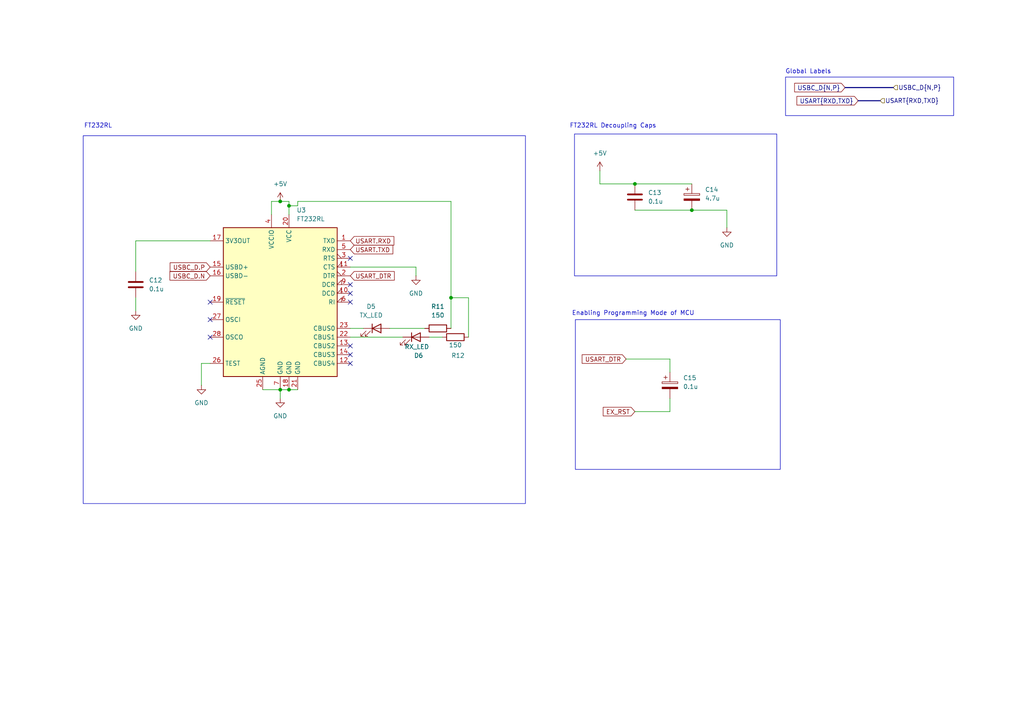
<source format=kicad_sch>
(kicad_sch
	(version 20231120)
	(generator "eeschema")
	(generator_version "8.0")
	(uuid "b59dacf3-601c-46b3-84bc-704d03844332")
	(paper "A4")
	(lib_symbols
		(symbol "Device:C"
			(pin_numbers hide)
			(pin_names
				(offset 0.254)
			)
			(exclude_from_sim no)
			(in_bom yes)
			(on_board yes)
			(property "Reference" "C"
				(at 0.635 2.54 0)
				(effects
					(font
						(size 1.27 1.27)
					)
					(justify left)
				)
			)
			(property "Value" "C"
				(at 0.635 -2.54 0)
				(effects
					(font
						(size 1.27 1.27)
					)
					(justify left)
				)
			)
			(property "Footprint" ""
				(at 0.9652 -3.81 0)
				(effects
					(font
						(size 1.27 1.27)
					)
					(hide yes)
				)
			)
			(property "Datasheet" "~"
				(at 0 0 0)
				(effects
					(font
						(size 1.27 1.27)
					)
					(hide yes)
				)
			)
			(property "Description" "Unpolarized capacitor"
				(at 0 0 0)
				(effects
					(font
						(size 1.27 1.27)
					)
					(hide yes)
				)
			)
			(property "ki_keywords" "cap capacitor"
				(at 0 0 0)
				(effects
					(font
						(size 1.27 1.27)
					)
					(hide yes)
				)
			)
			(property "ki_fp_filters" "C_*"
				(at 0 0 0)
				(effects
					(font
						(size 1.27 1.27)
					)
					(hide yes)
				)
			)
			(symbol "C_0_1"
				(polyline
					(pts
						(xy -2.032 -0.762) (xy 2.032 -0.762)
					)
					(stroke
						(width 0.508)
						(type default)
					)
					(fill
						(type none)
					)
				)
				(polyline
					(pts
						(xy -2.032 0.762) (xy 2.032 0.762)
					)
					(stroke
						(width 0.508)
						(type default)
					)
					(fill
						(type none)
					)
				)
			)
			(symbol "C_1_1"
				(pin passive line
					(at 0 3.81 270)
					(length 2.794)
					(name "~"
						(effects
							(font
								(size 1.27 1.27)
							)
						)
					)
					(number "1"
						(effects
							(font
								(size 1.27 1.27)
							)
						)
					)
				)
				(pin passive line
					(at 0 -3.81 90)
					(length 2.794)
					(name "~"
						(effects
							(font
								(size 1.27 1.27)
							)
						)
					)
					(number "2"
						(effects
							(font
								(size 1.27 1.27)
							)
						)
					)
				)
			)
		)
		(symbol "Device:C_Polarized"
			(pin_numbers hide)
			(pin_names
				(offset 0.254)
			)
			(exclude_from_sim no)
			(in_bom yes)
			(on_board yes)
			(property "Reference" "C"
				(at 0.635 2.54 0)
				(effects
					(font
						(size 1.27 1.27)
					)
					(justify left)
				)
			)
			(property "Value" "C_Polarized"
				(at 0.635 -2.54 0)
				(effects
					(font
						(size 1.27 1.27)
					)
					(justify left)
				)
			)
			(property "Footprint" ""
				(at 0.9652 -3.81 0)
				(effects
					(font
						(size 1.27 1.27)
					)
					(hide yes)
				)
			)
			(property "Datasheet" "~"
				(at 0 0 0)
				(effects
					(font
						(size 1.27 1.27)
					)
					(hide yes)
				)
			)
			(property "Description" "Polarized capacitor"
				(at 0 0 0)
				(effects
					(font
						(size 1.27 1.27)
					)
					(hide yes)
				)
			)
			(property "ki_keywords" "cap capacitor"
				(at 0 0 0)
				(effects
					(font
						(size 1.27 1.27)
					)
					(hide yes)
				)
			)
			(property "ki_fp_filters" "CP_*"
				(at 0 0 0)
				(effects
					(font
						(size 1.27 1.27)
					)
					(hide yes)
				)
			)
			(symbol "C_Polarized_0_1"
				(rectangle
					(start -2.286 0.508)
					(end 2.286 1.016)
					(stroke
						(width 0)
						(type default)
					)
					(fill
						(type none)
					)
				)
				(polyline
					(pts
						(xy -1.778 2.286) (xy -0.762 2.286)
					)
					(stroke
						(width 0)
						(type default)
					)
					(fill
						(type none)
					)
				)
				(polyline
					(pts
						(xy -1.27 2.794) (xy -1.27 1.778)
					)
					(stroke
						(width 0)
						(type default)
					)
					(fill
						(type none)
					)
				)
				(rectangle
					(start 2.286 -0.508)
					(end -2.286 -1.016)
					(stroke
						(width 0)
						(type default)
					)
					(fill
						(type outline)
					)
				)
			)
			(symbol "C_Polarized_1_1"
				(pin passive line
					(at 0 3.81 270)
					(length 2.794)
					(name "~"
						(effects
							(font
								(size 1.27 1.27)
							)
						)
					)
					(number "1"
						(effects
							(font
								(size 1.27 1.27)
							)
						)
					)
				)
				(pin passive line
					(at 0 -3.81 90)
					(length 2.794)
					(name "~"
						(effects
							(font
								(size 1.27 1.27)
							)
						)
					)
					(number "2"
						(effects
							(font
								(size 1.27 1.27)
							)
						)
					)
				)
			)
		)
		(symbol "Device:LED"
			(pin_numbers hide)
			(pin_names
				(offset 1.016) hide)
			(exclude_from_sim no)
			(in_bom yes)
			(on_board yes)
			(property "Reference" "D"
				(at 0 2.54 0)
				(effects
					(font
						(size 1.27 1.27)
					)
				)
			)
			(property "Value" "LED"
				(at 0 -2.54 0)
				(effects
					(font
						(size 1.27 1.27)
					)
				)
			)
			(property "Footprint" ""
				(at 0 0 0)
				(effects
					(font
						(size 1.27 1.27)
					)
					(hide yes)
				)
			)
			(property "Datasheet" "~"
				(at 0 0 0)
				(effects
					(font
						(size 1.27 1.27)
					)
					(hide yes)
				)
			)
			(property "Description" "Light emitting diode"
				(at 0 0 0)
				(effects
					(font
						(size 1.27 1.27)
					)
					(hide yes)
				)
			)
			(property "ki_keywords" "LED diode"
				(at 0 0 0)
				(effects
					(font
						(size 1.27 1.27)
					)
					(hide yes)
				)
			)
			(property "ki_fp_filters" "LED* LED_SMD:* LED_THT:*"
				(at 0 0 0)
				(effects
					(font
						(size 1.27 1.27)
					)
					(hide yes)
				)
			)
			(symbol "LED_0_1"
				(polyline
					(pts
						(xy -1.27 -1.27) (xy -1.27 1.27)
					)
					(stroke
						(width 0.254)
						(type default)
					)
					(fill
						(type none)
					)
				)
				(polyline
					(pts
						(xy -1.27 0) (xy 1.27 0)
					)
					(stroke
						(width 0)
						(type default)
					)
					(fill
						(type none)
					)
				)
				(polyline
					(pts
						(xy 1.27 -1.27) (xy 1.27 1.27) (xy -1.27 0) (xy 1.27 -1.27)
					)
					(stroke
						(width 0.254)
						(type default)
					)
					(fill
						(type none)
					)
				)
				(polyline
					(pts
						(xy -3.048 -0.762) (xy -4.572 -2.286) (xy -3.81 -2.286) (xy -4.572 -2.286) (xy -4.572 -1.524)
					)
					(stroke
						(width 0)
						(type default)
					)
					(fill
						(type none)
					)
				)
				(polyline
					(pts
						(xy -1.778 -0.762) (xy -3.302 -2.286) (xy -2.54 -2.286) (xy -3.302 -2.286) (xy -3.302 -1.524)
					)
					(stroke
						(width 0)
						(type default)
					)
					(fill
						(type none)
					)
				)
			)
			(symbol "LED_1_1"
				(pin passive line
					(at -3.81 0 0)
					(length 2.54)
					(name "K"
						(effects
							(font
								(size 1.27 1.27)
							)
						)
					)
					(number "1"
						(effects
							(font
								(size 1.27 1.27)
							)
						)
					)
				)
				(pin passive line
					(at 3.81 0 180)
					(length 2.54)
					(name "A"
						(effects
							(font
								(size 1.27 1.27)
							)
						)
					)
					(number "2"
						(effects
							(font
								(size 1.27 1.27)
							)
						)
					)
				)
			)
		)
		(symbol "Device:R"
			(pin_numbers hide)
			(pin_names
				(offset 0)
			)
			(exclude_from_sim no)
			(in_bom yes)
			(on_board yes)
			(property "Reference" "R"
				(at 2.032 0 90)
				(effects
					(font
						(size 1.27 1.27)
					)
				)
			)
			(property "Value" "R"
				(at 0 0 90)
				(effects
					(font
						(size 1.27 1.27)
					)
				)
			)
			(property "Footprint" ""
				(at -1.778 0 90)
				(effects
					(font
						(size 1.27 1.27)
					)
					(hide yes)
				)
			)
			(property "Datasheet" "~"
				(at 0 0 0)
				(effects
					(font
						(size 1.27 1.27)
					)
					(hide yes)
				)
			)
			(property "Description" "Resistor"
				(at 0 0 0)
				(effects
					(font
						(size 1.27 1.27)
					)
					(hide yes)
				)
			)
			(property "ki_keywords" "R res resistor"
				(at 0 0 0)
				(effects
					(font
						(size 1.27 1.27)
					)
					(hide yes)
				)
			)
			(property "ki_fp_filters" "R_*"
				(at 0 0 0)
				(effects
					(font
						(size 1.27 1.27)
					)
					(hide yes)
				)
			)
			(symbol "R_0_1"
				(rectangle
					(start -1.016 -2.54)
					(end 1.016 2.54)
					(stroke
						(width 0.254)
						(type default)
					)
					(fill
						(type none)
					)
				)
			)
			(symbol "R_1_1"
				(pin passive line
					(at 0 3.81 270)
					(length 1.27)
					(name "~"
						(effects
							(font
								(size 1.27 1.27)
							)
						)
					)
					(number "1"
						(effects
							(font
								(size 1.27 1.27)
							)
						)
					)
				)
				(pin passive line
					(at 0 -3.81 90)
					(length 1.27)
					(name "~"
						(effects
							(font
								(size 1.27 1.27)
							)
						)
					)
					(number "2"
						(effects
							(font
								(size 1.27 1.27)
							)
						)
					)
				)
			)
		)
		(symbol "Interface_USB:FT232RL"
			(exclude_from_sim no)
			(in_bom yes)
			(on_board yes)
			(property "Reference" "U"
				(at -16.51 22.86 0)
				(effects
					(font
						(size 1.27 1.27)
					)
					(justify left)
				)
			)
			(property "Value" "FT232RL"
				(at 10.16 22.86 0)
				(effects
					(font
						(size 1.27 1.27)
					)
					(justify left)
				)
			)
			(property "Footprint" "Package_SO:SSOP-28_5.3x10.2mm_P0.65mm"
				(at 27.94 -22.86 0)
				(effects
					(font
						(size 1.27 1.27)
					)
					(hide yes)
				)
			)
			(property "Datasheet" "https://www.ftdichip.com/Support/Documents/DataSheets/ICs/DS_FT232R.pdf"
				(at 0 0 0)
				(effects
					(font
						(size 1.27 1.27)
					)
					(hide yes)
				)
			)
			(property "Description" "USB to Serial Interface, SSOP-28"
				(at 0 0 0)
				(effects
					(font
						(size 1.27 1.27)
					)
					(hide yes)
				)
			)
			(property "ki_keywords" "FTDI USB Serial"
				(at 0 0 0)
				(effects
					(font
						(size 1.27 1.27)
					)
					(hide yes)
				)
			)
			(property "ki_fp_filters" "SSOP*5.3x10.2mm*P0.65mm*"
				(at 0 0 0)
				(effects
					(font
						(size 1.27 1.27)
					)
					(hide yes)
				)
			)
			(symbol "FT232RL_0_1"
				(rectangle
					(start -16.51 21.59)
					(end 16.51 -21.59)
					(stroke
						(width 0.254)
						(type default)
					)
					(fill
						(type background)
					)
				)
			)
			(symbol "FT232RL_1_1"
				(pin output line
					(at 20.32 17.78 180)
					(length 3.81)
					(name "TXD"
						(effects
							(font
								(size 1.27 1.27)
							)
						)
					)
					(number "1"
						(effects
							(font
								(size 1.27 1.27)
							)
						)
					)
				)
				(pin input input_low
					(at 20.32 2.54 180)
					(length 3.81)
					(name "DCD"
						(effects
							(font
								(size 1.27 1.27)
							)
						)
					)
					(number "10"
						(effects
							(font
								(size 1.27 1.27)
							)
						)
					)
				)
				(pin input input_low
					(at 20.32 10.16 180)
					(length 3.81)
					(name "CTS"
						(effects
							(font
								(size 1.27 1.27)
							)
						)
					)
					(number "11"
						(effects
							(font
								(size 1.27 1.27)
							)
						)
					)
				)
				(pin bidirectional line
					(at 20.32 -17.78 180)
					(length 3.81)
					(name "CBUS4"
						(effects
							(font
								(size 1.27 1.27)
							)
						)
					)
					(number "12"
						(effects
							(font
								(size 1.27 1.27)
							)
						)
					)
				)
				(pin bidirectional line
					(at 20.32 -12.7 180)
					(length 3.81)
					(name "CBUS2"
						(effects
							(font
								(size 1.27 1.27)
							)
						)
					)
					(number "13"
						(effects
							(font
								(size 1.27 1.27)
							)
						)
					)
				)
				(pin bidirectional line
					(at 20.32 -15.24 180)
					(length 3.81)
					(name "CBUS3"
						(effects
							(font
								(size 1.27 1.27)
							)
						)
					)
					(number "14"
						(effects
							(font
								(size 1.27 1.27)
							)
						)
					)
				)
				(pin bidirectional line
					(at -20.32 10.16 0)
					(length 3.81)
					(name "USBD+"
						(effects
							(font
								(size 1.27 1.27)
							)
						)
					)
					(number "15"
						(effects
							(font
								(size 1.27 1.27)
							)
						)
					)
				)
				(pin bidirectional line
					(at -20.32 7.62 0)
					(length 3.81)
					(name "USBD-"
						(effects
							(font
								(size 1.27 1.27)
							)
						)
					)
					(number "16"
						(effects
							(font
								(size 1.27 1.27)
							)
						)
					)
				)
				(pin power_out line
					(at -20.32 17.78 0)
					(length 3.81)
					(name "3V3OUT"
						(effects
							(font
								(size 1.27 1.27)
							)
						)
					)
					(number "17"
						(effects
							(font
								(size 1.27 1.27)
							)
						)
					)
				)
				(pin power_in line
					(at 2.54 -25.4 90)
					(length 3.81)
					(name "GND"
						(effects
							(font
								(size 1.27 1.27)
							)
						)
					)
					(number "18"
						(effects
							(font
								(size 1.27 1.27)
							)
						)
					)
				)
				(pin input line
					(at -20.32 0 0)
					(length 3.81)
					(name "~{RESET}"
						(effects
							(font
								(size 1.27 1.27)
							)
						)
					)
					(number "19"
						(effects
							(font
								(size 1.27 1.27)
							)
						)
					)
				)
				(pin output output_low
					(at 20.32 7.62 180)
					(length 3.81)
					(name "DTR"
						(effects
							(font
								(size 1.27 1.27)
							)
						)
					)
					(number "2"
						(effects
							(font
								(size 1.27 1.27)
							)
						)
					)
				)
				(pin power_in line
					(at 2.54 25.4 270)
					(length 3.81)
					(name "VCC"
						(effects
							(font
								(size 1.27 1.27)
							)
						)
					)
					(number "20"
						(effects
							(font
								(size 1.27 1.27)
							)
						)
					)
				)
				(pin power_in line
					(at 5.08 -25.4 90)
					(length 3.81)
					(name "GND"
						(effects
							(font
								(size 1.27 1.27)
							)
						)
					)
					(number "21"
						(effects
							(font
								(size 1.27 1.27)
							)
						)
					)
				)
				(pin bidirectional line
					(at 20.32 -10.16 180)
					(length 3.81)
					(name "CBUS1"
						(effects
							(font
								(size 1.27 1.27)
							)
						)
					)
					(number "22"
						(effects
							(font
								(size 1.27 1.27)
							)
						)
					)
				)
				(pin bidirectional line
					(at 20.32 -7.62 180)
					(length 3.81)
					(name "CBUS0"
						(effects
							(font
								(size 1.27 1.27)
							)
						)
					)
					(number "23"
						(effects
							(font
								(size 1.27 1.27)
							)
						)
					)
				)
				(pin power_in line
					(at -5.08 -25.4 90)
					(length 3.81)
					(name "AGND"
						(effects
							(font
								(size 1.27 1.27)
							)
						)
					)
					(number "25"
						(effects
							(font
								(size 1.27 1.27)
							)
						)
					)
				)
				(pin input line
					(at -20.32 -17.78 0)
					(length 3.81)
					(name "TEST"
						(effects
							(font
								(size 1.27 1.27)
							)
						)
					)
					(number "26"
						(effects
							(font
								(size 1.27 1.27)
							)
						)
					)
				)
				(pin input line
					(at -20.32 -5.08 0)
					(length 3.81)
					(name "OSCI"
						(effects
							(font
								(size 1.27 1.27)
							)
						)
					)
					(number "27"
						(effects
							(font
								(size 1.27 1.27)
							)
						)
					)
				)
				(pin output line
					(at -20.32 -10.16 0)
					(length 3.81)
					(name "OSCO"
						(effects
							(font
								(size 1.27 1.27)
							)
						)
					)
					(number "28"
						(effects
							(font
								(size 1.27 1.27)
							)
						)
					)
				)
				(pin output output_low
					(at 20.32 12.7 180)
					(length 3.81)
					(name "RTS"
						(effects
							(font
								(size 1.27 1.27)
							)
						)
					)
					(number "3"
						(effects
							(font
								(size 1.27 1.27)
							)
						)
					)
				)
				(pin power_in line
					(at -2.54 25.4 270)
					(length 3.81)
					(name "VCCIO"
						(effects
							(font
								(size 1.27 1.27)
							)
						)
					)
					(number "4"
						(effects
							(font
								(size 1.27 1.27)
							)
						)
					)
				)
				(pin input line
					(at 20.32 15.24 180)
					(length 3.81)
					(name "RXD"
						(effects
							(font
								(size 1.27 1.27)
							)
						)
					)
					(number "5"
						(effects
							(font
								(size 1.27 1.27)
							)
						)
					)
				)
				(pin input input_low
					(at 20.32 0 180)
					(length 3.81)
					(name "RI"
						(effects
							(font
								(size 1.27 1.27)
							)
						)
					)
					(number "6"
						(effects
							(font
								(size 1.27 1.27)
							)
						)
					)
				)
				(pin power_in line
					(at 0 -25.4 90)
					(length 3.81)
					(name "GND"
						(effects
							(font
								(size 1.27 1.27)
							)
						)
					)
					(number "7"
						(effects
							(font
								(size 1.27 1.27)
							)
						)
					)
				)
				(pin input input_low
					(at 20.32 5.08 180)
					(length 3.81)
					(name "DCR"
						(effects
							(font
								(size 1.27 1.27)
							)
						)
					)
					(number "9"
						(effects
							(font
								(size 1.27 1.27)
							)
						)
					)
				)
			)
		)
		(symbol "power:+5V"
			(power)
			(pin_numbers hide)
			(pin_names
				(offset 0) hide)
			(exclude_from_sim no)
			(in_bom yes)
			(on_board yes)
			(property "Reference" "#PWR"
				(at 0 -3.81 0)
				(effects
					(font
						(size 1.27 1.27)
					)
					(hide yes)
				)
			)
			(property "Value" "+5V"
				(at 0 3.556 0)
				(effects
					(font
						(size 1.27 1.27)
					)
				)
			)
			(property "Footprint" ""
				(at 0 0 0)
				(effects
					(font
						(size 1.27 1.27)
					)
					(hide yes)
				)
			)
			(property "Datasheet" ""
				(at 0 0 0)
				(effects
					(font
						(size 1.27 1.27)
					)
					(hide yes)
				)
			)
			(property "Description" "Power symbol creates a global label with name \"+5V\""
				(at 0 0 0)
				(effects
					(font
						(size 1.27 1.27)
					)
					(hide yes)
				)
			)
			(property "ki_keywords" "global power"
				(at 0 0 0)
				(effects
					(font
						(size 1.27 1.27)
					)
					(hide yes)
				)
			)
			(symbol "+5V_0_1"
				(polyline
					(pts
						(xy -0.762 1.27) (xy 0 2.54)
					)
					(stroke
						(width 0)
						(type default)
					)
					(fill
						(type none)
					)
				)
				(polyline
					(pts
						(xy 0 0) (xy 0 2.54)
					)
					(stroke
						(width 0)
						(type default)
					)
					(fill
						(type none)
					)
				)
				(polyline
					(pts
						(xy 0 2.54) (xy 0.762 1.27)
					)
					(stroke
						(width 0)
						(type default)
					)
					(fill
						(type none)
					)
				)
			)
			(symbol "+5V_1_1"
				(pin power_in line
					(at 0 0 90)
					(length 0)
					(name "~"
						(effects
							(font
								(size 1.27 1.27)
							)
						)
					)
					(number "1"
						(effects
							(font
								(size 1.27 1.27)
							)
						)
					)
				)
			)
		)
		(symbol "power:GND"
			(power)
			(pin_numbers hide)
			(pin_names
				(offset 0) hide)
			(exclude_from_sim no)
			(in_bom yes)
			(on_board yes)
			(property "Reference" "#PWR"
				(at 0 -6.35 0)
				(effects
					(font
						(size 1.27 1.27)
					)
					(hide yes)
				)
			)
			(property "Value" "GND"
				(at 0 -3.81 0)
				(effects
					(font
						(size 1.27 1.27)
					)
				)
			)
			(property "Footprint" ""
				(at 0 0 0)
				(effects
					(font
						(size 1.27 1.27)
					)
					(hide yes)
				)
			)
			(property "Datasheet" ""
				(at 0 0 0)
				(effects
					(font
						(size 1.27 1.27)
					)
					(hide yes)
				)
			)
			(property "Description" "Power symbol creates a global label with name \"GND\" , ground"
				(at 0 0 0)
				(effects
					(font
						(size 1.27 1.27)
					)
					(hide yes)
				)
			)
			(property "ki_keywords" "global power"
				(at 0 0 0)
				(effects
					(font
						(size 1.27 1.27)
					)
					(hide yes)
				)
			)
			(symbol "GND_0_1"
				(polyline
					(pts
						(xy 0 0) (xy 0 -1.27) (xy 1.27 -1.27) (xy 0 -2.54) (xy -1.27 -1.27) (xy 0 -1.27)
					)
					(stroke
						(width 0)
						(type default)
					)
					(fill
						(type none)
					)
				)
			)
			(symbol "GND_1_1"
				(pin power_in line
					(at 0 0 270)
					(length 0)
					(name "~"
						(effects
							(font
								(size 1.27 1.27)
							)
						)
					)
					(number "1"
						(effects
							(font
								(size 1.27 1.27)
							)
						)
					)
				)
			)
		)
	)
	(junction
		(at 81.28 58.42)
		(diameter 0)
		(color 0 0 0 0)
		(uuid "24cd13c7-76d9-4d0c-b112-10ca6b5c6330")
	)
	(junction
		(at 130.81 86.36)
		(diameter 0)
		(color 0 0 0 0)
		(uuid "3a8136b2-da7a-49f5-a924-7b2087d42625")
	)
	(junction
		(at 83.82 113.03)
		(diameter 0)
		(color 0 0 0 0)
		(uuid "832cdefc-bafc-4bb3-aef3-761025a64821")
	)
	(junction
		(at 184.15 53.34)
		(diameter 0)
		(color 0 0 0 0)
		(uuid "8d6e10d9-b988-4b2f-bd14-a05abe177bd0")
	)
	(junction
		(at 83.82 59.69)
		(diameter 0)
		(color 0 0 0 0)
		(uuid "a4f44905-375e-4164-863f-c82f5cf1cfaa")
	)
	(junction
		(at 81.28 113.03)
		(diameter 0)
		(color 0 0 0 0)
		(uuid "e3c52456-85fb-4358-aa2d-dd69ed07c7ea")
	)
	(junction
		(at 200.66 60.96)
		(diameter 0)
		(color 0 0 0 0)
		(uuid "f3c98d9a-0edd-4904-8383-d00e239fcc99")
	)
	(no_connect
		(at 101.6 82.55)
		(uuid "0a716f48-563a-4944-9f9c-67483f9f981a")
	)
	(no_connect
		(at 60.96 87.63)
		(uuid "5bdf4c92-6b3c-411d-946e-a8f9be4daa3b")
	)
	(no_connect
		(at 101.6 85.09)
		(uuid "669be069-5acb-456c-9a54-e4185b4a7246")
	)
	(no_connect
		(at 101.6 100.33)
		(uuid "6bc46515-cbd8-469b-b266-b31e9cef4247")
	)
	(no_connect
		(at 101.6 102.87)
		(uuid "7dced8c6-1bf1-408b-91b8-237d1470592f")
	)
	(no_connect
		(at 101.6 87.63)
		(uuid "8b15f4c4-a6bc-4410-ba7a-317a16cadcf5")
	)
	(no_connect
		(at 60.96 92.71)
		(uuid "afef70ba-3f2a-410b-97fe-8985497e6252")
	)
	(no_connect
		(at 101.6 74.93)
		(uuid "e28df317-fc28-4592-aa96-c2f5a1b1b471")
	)
	(no_connect
		(at 101.6 105.41)
		(uuid "eccbd59a-1096-41aa-857a-dbfd2034fb10")
	)
	(no_connect
		(at 60.96 97.79)
		(uuid "f509cd20-4070-4b9b-82dd-c77dae79f97f")
	)
	(wire
		(pts
			(xy 210.82 60.96) (xy 210.82 66.04)
		)
		(stroke
			(width 0)
			(type default)
		)
		(uuid "0a469a30-59ab-41a1-a290-4c80a7478c1d")
	)
	(wire
		(pts
			(xy 86.36 59.69) (xy 83.82 59.69)
		)
		(stroke
			(width 0)
			(type default)
		)
		(uuid "0c299659-286f-4cb0-b009-433c93a87c85")
	)
	(wire
		(pts
			(xy 39.37 78.74) (xy 39.37 69.85)
		)
		(stroke
			(width 0)
			(type default)
		)
		(uuid "1339a4e8-6a87-4da2-a2e4-6cfd4d2aacf4")
	)
	(wire
		(pts
			(xy 78.74 58.42) (xy 78.74 62.23)
		)
		(stroke
			(width 0)
			(type default)
		)
		(uuid "13c134a3-44c7-406a-96bd-1191e3c7560e")
	)
	(wire
		(pts
			(xy 101.6 97.79) (xy 116.84 97.79)
		)
		(stroke
			(width 0)
			(type default)
		)
		(uuid "147bcb69-0bd7-4f7f-96f8-b799e72cf389")
	)
	(wire
		(pts
			(xy 81.28 113.03) (xy 81.28 115.57)
		)
		(stroke
			(width 0)
			(type default)
		)
		(uuid "1d7f55eb-88fa-406e-b82f-00785de4a179")
	)
	(wire
		(pts
			(xy 181.61 104.14) (xy 194.31 104.14)
		)
		(stroke
			(width 0)
			(type default)
		)
		(uuid "1f8d8cea-2980-4e0f-a3d6-cdbb6898346b")
	)
	(wire
		(pts
			(xy 60.96 105.41) (xy 58.42 105.41)
		)
		(stroke
			(width 0)
			(type default)
		)
		(uuid "27152ad5-d152-47be-a43a-da9d799614ff")
	)
	(wire
		(pts
			(xy 130.81 58.42) (xy 130.81 86.36)
		)
		(stroke
			(width 0)
			(type default)
		)
		(uuid "28cc3f05-1789-45d3-8841-fde73d573364")
	)
	(wire
		(pts
			(xy 120.65 77.47) (xy 120.65 80.01)
		)
		(stroke
			(width 0)
			(type default)
		)
		(uuid "2bc91429-8578-4614-ac6e-969f9895df33")
	)
	(wire
		(pts
			(xy 39.37 86.36) (xy 39.37 90.17)
		)
		(stroke
			(width 0)
			(type default)
		)
		(uuid "3d2b6e49-9046-4ff4-9fea-3ded39824c23")
	)
	(wire
		(pts
			(xy 81.28 58.42) (xy 78.74 58.42)
		)
		(stroke
			(width 0)
			(type default)
		)
		(uuid "3ea6cbda-5d13-41f8-9d62-c208506477ad")
	)
	(bus
		(pts
			(xy 248.92 29.21) (xy 255.27 29.21)
		)
		(stroke
			(width 0)
			(type default)
		)
		(uuid "3fc0f375-d95e-46c8-ad73-dd2743e710d9")
	)
	(wire
		(pts
			(xy 194.31 104.14) (xy 194.31 107.95)
		)
		(stroke
			(width 0)
			(type default)
		)
		(uuid "5929b324-500a-4836-aaf6-2ddf14769f31")
	)
	(wire
		(pts
			(xy 101.6 95.25) (xy 105.41 95.25)
		)
		(stroke
			(width 0)
			(type default)
		)
		(uuid "5a093db2-abf8-4239-bbf0-4a6ae0b74713")
	)
	(wire
		(pts
			(xy 113.03 95.25) (xy 123.19 95.25)
		)
		(stroke
			(width 0)
			(type default)
		)
		(uuid "5e3925bd-31d4-495b-a17b-5ebbbf52bf76")
	)
	(wire
		(pts
			(xy 135.89 97.79) (xy 135.89 86.36)
		)
		(stroke
			(width 0)
			(type default)
		)
		(uuid "606fd489-d3cd-460b-a18b-a4182082868c")
	)
	(bus
		(pts
			(xy 245.11 25.4) (xy 259.08 25.4)
		)
		(stroke
			(width 0)
			(type default)
		)
		(uuid "61422dfc-8b7a-4dff-8fa8-9e7ec5aa450b")
	)
	(wire
		(pts
			(xy 101.6 77.47) (xy 120.65 77.47)
		)
		(stroke
			(width 0)
			(type default)
		)
		(uuid "63eb297c-882d-481a-ac6c-dc1d10bd9522")
	)
	(wire
		(pts
			(xy 86.36 58.42) (xy 86.36 59.69)
		)
		(stroke
			(width 0)
			(type default)
		)
		(uuid "6d32224d-71b2-4762-929a-79cb772e19e4")
	)
	(wire
		(pts
			(xy 130.81 58.42) (xy 86.36 58.42)
		)
		(stroke
			(width 0)
			(type default)
		)
		(uuid "6f6144cb-3d49-4bde-86d2-e84c1df5cca2")
	)
	(wire
		(pts
			(xy 39.37 69.85) (xy 60.96 69.85)
		)
		(stroke
			(width 0)
			(type default)
		)
		(uuid "73acbbae-9b8d-461d-8fc4-edb23d06d90d")
	)
	(wire
		(pts
			(xy 173.99 53.34) (xy 184.15 53.34)
		)
		(stroke
			(width 0)
			(type default)
		)
		(uuid "76ea8638-bffa-4c12-80f4-65176bda8769")
	)
	(wire
		(pts
			(xy 184.15 119.38) (xy 194.31 119.38)
		)
		(stroke
			(width 0)
			(type default)
		)
		(uuid "9dadc003-839c-4984-9c99-215a166b073e")
	)
	(wire
		(pts
			(xy 200.66 60.96) (xy 210.82 60.96)
		)
		(stroke
			(width 0)
			(type default)
		)
		(uuid "a01d4e1d-0bff-4f45-9eec-d908af597a86")
	)
	(wire
		(pts
			(xy 58.42 105.41) (xy 58.42 111.76)
		)
		(stroke
			(width 0)
			(type default)
		)
		(uuid "a5ee9427-78c1-4569-b4bf-70d5eedd91a5")
	)
	(wire
		(pts
			(xy 184.15 60.96) (xy 200.66 60.96)
		)
		(stroke
			(width 0)
			(type default)
		)
		(uuid "a7425e9a-20c3-48b2-b7a1-420bf200bb38")
	)
	(wire
		(pts
			(xy 135.89 86.36) (xy 130.81 86.36)
		)
		(stroke
			(width 0)
			(type default)
		)
		(uuid "a989aecb-ad82-4b83-a9ed-dfb2dc8d074c")
	)
	(wire
		(pts
			(xy 83.82 58.42) (xy 83.82 59.69)
		)
		(stroke
			(width 0)
			(type default)
		)
		(uuid "ade1bd41-bacb-445b-8347-9195f0eb4aa8")
	)
	(wire
		(pts
			(xy 184.15 53.34) (xy 200.66 53.34)
		)
		(stroke
			(width 0)
			(type default)
		)
		(uuid "b9445f41-24bc-42dc-8f79-d034f05322fa")
	)
	(wire
		(pts
			(xy 124.46 97.79) (xy 128.27 97.79)
		)
		(stroke
			(width 0)
			(type default)
		)
		(uuid "c4863ecd-f58e-43a2-a8f8-182796f0e91a")
	)
	(wire
		(pts
			(xy 83.82 59.69) (xy 83.82 62.23)
		)
		(stroke
			(width 0)
			(type default)
		)
		(uuid "ce5f439e-afe8-4e2d-9761-fcf28f7b081e")
	)
	(wire
		(pts
			(xy 130.81 86.36) (xy 130.81 95.25)
		)
		(stroke
			(width 0)
			(type default)
		)
		(uuid "d2e1f6fb-7322-421a-ae76-b4209eb7c9d1")
	)
	(wire
		(pts
			(xy 81.28 113.03) (xy 83.82 113.03)
		)
		(stroke
			(width 0)
			(type default)
		)
		(uuid "d93abca6-3168-438a-a581-11fc6a552df2")
	)
	(wire
		(pts
			(xy 83.82 113.03) (xy 86.36 113.03)
		)
		(stroke
			(width 0)
			(type default)
		)
		(uuid "db4231d7-5cb3-4ea2-93b6-9977e145c30e")
	)
	(wire
		(pts
			(xy 76.2 113.03) (xy 81.28 113.03)
		)
		(stroke
			(width 0)
			(type default)
		)
		(uuid "ec68bc95-05c0-4c39-ab94-45a633511f15")
	)
	(wire
		(pts
			(xy 194.31 115.57) (xy 194.31 119.38)
		)
		(stroke
			(width 0)
			(type default)
		)
		(uuid "f26d7d32-5860-4c4f-a4c1-6629bf33cc77")
	)
	(wire
		(pts
			(xy 81.28 58.42) (xy 83.82 58.42)
		)
		(stroke
			(width 0)
			(type default)
		)
		(uuid "f3bfd630-5265-4df2-b415-dc991b2edd88")
	)
	(wire
		(pts
			(xy 173.99 49.53) (xy 173.99 53.34)
		)
		(stroke
			(width 0)
			(type default)
		)
		(uuid "fb332fed-60f3-44f7-a015-ae0c5c860f9a")
	)
	(rectangle
		(start 24.13 39.37)
		(end 152.4 146.05)
		(stroke
			(width 0)
			(type default)
		)
		(fill
			(type none)
		)
		(uuid 1f4daf26-f9d8-4094-957b-b666c870e7e5)
	)
	(rectangle
		(start 166.878 92.71)
		(end 226.314 136.144)
		(stroke
			(width 0)
			(type default)
		)
		(fill
			(type none)
		)
		(uuid b7035731-40c3-4c13-96b0-6627568d2c2b)
	)
	(rectangle
		(start 227.838 22.352)
		(end 276.606 33.528)
		(stroke
			(width 0)
			(type default)
		)
		(fill
			(type none)
		)
		(uuid cca93362-0960-4301-b076-e0efa48c0352)
	)
	(rectangle
		(start 166.624 38.862)
		(end 225.298 80.01)
		(stroke
			(width 0)
			(type default)
		)
		(fill
			(type none)
		)
		(uuid fb52b7de-dde6-4218-87b7-f318cd018993)
	)
	(text "Enabling Programming Mode of MCU\n"
		(exclude_from_sim no)
		(at 183.642 90.932 0)
		(effects
			(font
				(size 1.27 1.27)
			)
		)
		(uuid "14a31981-408f-45ec-93fe-eb6ab836e540")
	)
	(text "Global Labels"
		(exclude_from_sim no)
		(at 234.442 20.828 0)
		(effects
			(font
				(size 1.27 1.27)
			)
		)
		(uuid "1e2ae174-da73-4db8-9f04-f1d84463b26a")
	)
	(text "FT232RL Decoupling Caps"
		(exclude_from_sim no)
		(at 177.8 36.576 0)
		(effects
			(font
				(size 1.27 1.27)
			)
		)
		(uuid "d8b1fc1c-7e0f-439c-9455-441c28f0b53d")
	)
	(text "FT232RL"
		(exclude_from_sim no)
		(at 28.448 36.576 0)
		(effects
			(font
				(size 1.27 1.27)
			)
		)
		(uuid "feb89eb8-ee55-41bc-ba72-177f02b81d54")
	)
	(global_label "USBC_D{N,P}"
		(shape input)
		(at 245.11 25.4 180)
		(fields_autoplaced yes)
		(effects
			(font
				(size 1.27 1.27)
			)
			(justify right)
		)
		(uuid "1ad8d006-effa-485c-92e0-47517ba08ffe")
		(property "Intersheetrefs" "${INTERSHEET_REFS}"
			(at 229.9085 25.4 0)
			(effects
				(font
					(size 1.27 1.27)
				)
				(justify right)
				(hide yes)
			)
		)
	)
	(global_label "USART.TXD"
		(shape input)
		(at 101.6 72.39 0)
		(fields_autoplaced yes)
		(effects
			(font
				(size 1.27 1.27)
			)
			(justify left)
		)
		(uuid "28b0db95-6831-413f-a7e9-48293ca693bc")
		(property "Intersheetrefs" "${INTERSHEET_REFS}"
			(at 114.5033 72.39 0)
			(effects
				(font
					(size 1.27 1.27)
				)
				(justify left)
				(hide yes)
			)
		)
	)
	(global_label "USBC_D.N"
		(shape input)
		(at 60.96 80.01 180)
		(fields_autoplaced yes)
		(effects
			(font
				(size 1.27 1.27)
			)
			(justify right)
		)
		(uuid "2e4b1258-1929-41d3-8e05-9e3df08ec6ca")
		(property "Intersheetrefs" "${INTERSHEET_REFS}"
			(at 48.7219 80.01 0)
			(effects
				(font
					(size 1.27 1.27)
				)
				(justify right)
				(hide yes)
			)
		)
	)
	(global_label "USART{RXD,TXD}"
		(shape input)
		(at 248.92 29.21 180)
		(fields_autoplaced yes)
		(effects
			(font
				(size 1.27 1.27)
			)
			(justify right)
		)
		(uuid "3cae8756-7da0-4617-b9ea-d4502d232d62")
		(property "Intersheetrefs" "${INTERSHEET_REFS}"
			(at 230.5738 29.21 0)
			(effects
				(font
					(size 1.27 1.27)
				)
				(justify right)
				(hide yes)
			)
		)
	)
	(global_label "EX_RST"
		(shape input)
		(at 184.15 119.38 180)
		(fields_autoplaced yes)
		(effects
			(font
				(size 1.27 1.27)
			)
			(justify right)
		)
		(uuid "8e86b633-be47-4001-ace8-8fdea2f4b3c5")
		(property "Intersheetrefs" "${INTERSHEET_REFS}"
			(at 174.3916 119.38 0)
			(effects
				(font
					(size 1.27 1.27)
				)
				(justify right)
				(hide yes)
			)
		)
	)
	(global_label "USART_DTR"
		(shape input)
		(at 101.6 80.01 0)
		(fields_autoplaced yes)
		(effects
			(font
				(size 1.27 1.27)
			)
			(justify left)
		)
		(uuid "8ec7542f-c995-423e-baf7-9476debe8119")
		(property "Intersheetrefs" "${INTERSHEET_REFS}"
			(at 114.9266 80.01 0)
			(effects
				(font
					(size 1.27 1.27)
				)
				(justify left)
				(hide yes)
			)
		)
	)
	(global_label "USBC_D.P"
		(shape input)
		(at 60.96 77.47 180)
		(fields_autoplaced yes)
		(effects
			(font
				(size 1.27 1.27)
			)
			(justify right)
		)
		(uuid "c244be0f-42c0-4197-952f-b3d288df07fc")
		(property "Intersheetrefs" "${INTERSHEET_REFS}"
			(at 48.7824 77.47 0)
			(effects
				(font
					(size 1.27 1.27)
				)
				(justify right)
				(hide yes)
			)
		)
	)
	(global_label "USART.RXD"
		(shape input)
		(at 101.6 69.85 0)
		(fields_autoplaced yes)
		(effects
			(font
				(size 1.27 1.27)
			)
			(justify left)
		)
		(uuid "c4329c87-48ae-43db-aeaf-696a507b4ffd")
		(property "Intersheetrefs" "${INTERSHEET_REFS}"
			(at 114.8057 69.85 0)
			(effects
				(font
					(size 1.27 1.27)
				)
				(justify left)
				(hide yes)
			)
		)
	)
	(global_label "USART_DTR"
		(shape input)
		(at 181.61 104.14 180)
		(fields_autoplaced yes)
		(effects
			(font
				(size 1.27 1.27)
			)
			(justify right)
		)
		(uuid "cb5e4be4-6b0e-4420-95c3-da5583fcecbd")
		(property "Intersheetrefs" "${INTERSHEET_REFS}"
			(at 168.2834 104.14 0)
			(effects
				(font
					(size 1.27 1.27)
				)
				(justify right)
				(hide yes)
			)
		)
	)
	(hierarchical_label "USBC_D{N,P}"
		(shape input)
		(at 259.08 25.4 0)
		(fields_autoplaced yes)
		(effects
			(font
				(size 1.27 1.27)
			)
			(justify left)
		)
		(uuid "8ddffe4f-96b6-4ae0-b908-edef554a2db3")
	)
	(hierarchical_label "USART{RXD,TXD}"
		(shape input)
		(at 255.27 29.21 0)
		(fields_autoplaced yes)
		(effects
			(font
				(size 1.27 1.27)
			)
			(justify left)
		)
		(uuid "96525be9-a002-46a4-b745-4996c7304c13")
	)
	(symbol
		(lib_id "power:GND")
		(at 39.37 90.17 0)
		(unit 1)
		(exclude_from_sim no)
		(in_bom yes)
		(on_board yes)
		(dnp no)
		(fields_autoplaced yes)
		(uuid "23b77c6f-0657-4e8c-954b-7aa4e67623c1")
		(property "Reference" "#PWR035"
			(at 39.37 96.52 0)
			(effects
				(font
					(size 1.27 1.27)
				)
				(hide yes)
			)
		)
		(property "Value" "GND"
			(at 39.37 95.25 0)
			(effects
				(font
					(size 1.27 1.27)
				)
			)
		)
		(property "Footprint" ""
			(at 39.37 90.17 0)
			(effects
				(font
					(size 1.27 1.27)
				)
				(hide yes)
			)
		)
		(property "Datasheet" ""
			(at 39.37 90.17 0)
			(effects
				(font
					(size 1.27 1.27)
				)
				(hide yes)
			)
		)
		(property "Description" "Power symbol creates a global label with name \"GND\" , ground"
			(at 39.37 90.17 0)
			(effects
				(font
					(size 1.27 1.27)
				)
				(hide yes)
			)
		)
		(pin "1"
			(uuid "f072b375-bb2c-4212-b056-c58439083a6e")
		)
		(instances
			(project ""
				(path "/4f6ede97-95f2-479b-8a62-4dd4f1f7b83b/4ba34c4f-cae1-4ac6-887c-fb133a586865"
					(reference "#PWR035")
					(unit 1)
				)
			)
		)
	)
	(symbol
		(lib_id "power:GND")
		(at 120.65 80.01 0)
		(unit 1)
		(exclude_from_sim no)
		(in_bom yes)
		(on_board yes)
		(dnp no)
		(fields_autoplaced yes)
		(uuid "371f4e67-cd34-4d5d-b541-24bbb02bd7a8")
		(property "Reference" "#PWR032"
			(at 120.65 86.36 0)
			(effects
				(font
					(size 1.27 1.27)
				)
				(hide yes)
			)
		)
		(property "Value" "GND"
			(at 120.65 85.09 0)
			(effects
				(font
					(size 1.27 1.27)
				)
			)
		)
		(property "Footprint" ""
			(at 120.65 80.01 0)
			(effects
				(font
					(size 1.27 1.27)
				)
				(hide yes)
			)
		)
		(property "Datasheet" ""
			(at 120.65 80.01 0)
			(effects
				(font
					(size 1.27 1.27)
				)
				(hide yes)
			)
		)
		(property "Description" "Power symbol creates a global label with name \"GND\" , ground"
			(at 120.65 80.01 0)
			(effects
				(font
					(size 1.27 1.27)
				)
				(hide yes)
			)
		)
		(pin "1"
			(uuid "2ab8759b-6751-4e9e-90d8-5a8cc6c485f4")
		)
		(instances
			(project "Socet_Onboarding"
				(path "/4f6ede97-95f2-479b-8a62-4dd4f1f7b83b/4ba34c4f-cae1-4ac6-887c-fb133a586865"
					(reference "#PWR032")
					(unit 1)
				)
			)
		)
	)
	(symbol
		(lib_id "Device:R")
		(at 132.08 97.79 90)
		(unit 1)
		(exclude_from_sim no)
		(in_bom yes)
		(on_board yes)
		(dnp no)
		(uuid "40a617ef-c8ea-4a52-a19e-6400acf31c7b")
		(property "Reference" "R12"
			(at 132.842 103.124 90)
			(effects
				(font
					(size 1.27 1.27)
				)
			)
		)
		(property "Value" "150"
			(at 132.08 100.076 90)
			(effects
				(font
					(size 1.27 1.27)
				)
			)
		)
		(property "Footprint" "Resistor_SMD:R_0402_1005Metric"
			(at 132.08 99.568 90)
			(effects
				(font
					(size 1.27 1.27)
				)
				(hide yes)
			)
		)
		(property "Datasheet" "~"
			(at 132.08 97.79 0)
			(effects
				(font
					(size 1.27 1.27)
				)
				(hide yes)
			)
		)
		(property "Description" "Resistor"
			(at 132.08 97.79 0)
			(effects
				(font
					(size 1.27 1.27)
				)
				(hide yes)
			)
		)
		(pin "2"
			(uuid "ce8a3b44-5e27-402f-8019-f963ca650f89")
		)
		(pin "1"
			(uuid "6add8179-4ef8-4761-a478-a849bb441a1e")
		)
		(instances
			(project "Socet_Onboarding"
				(path "/4f6ede97-95f2-479b-8a62-4dd4f1f7b83b/4ba34c4f-cae1-4ac6-887c-fb133a586865"
					(reference "R12")
					(unit 1)
				)
			)
		)
	)
	(symbol
		(lib_id "power:GND")
		(at 58.42 111.76 0)
		(unit 1)
		(exclude_from_sim no)
		(in_bom yes)
		(on_board yes)
		(dnp no)
		(fields_autoplaced yes)
		(uuid "480178cc-fb1f-45af-8736-424224152088")
		(property "Reference" "#PWR033"
			(at 58.42 118.11 0)
			(effects
				(font
					(size 1.27 1.27)
				)
				(hide yes)
			)
		)
		(property "Value" "GND"
			(at 58.42 116.84 0)
			(effects
				(font
					(size 1.27 1.27)
				)
			)
		)
		(property "Footprint" ""
			(at 58.42 111.76 0)
			(effects
				(font
					(size 1.27 1.27)
				)
				(hide yes)
			)
		)
		(property "Datasheet" ""
			(at 58.42 111.76 0)
			(effects
				(font
					(size 1.27 1.27)
				)
				(hide yes)
			)
		)
		(property "Description" "Power symbol creates a global label with name \"GND\" , ground"
			(at 58.42 111.76 0)
			(effects
				(font
					(size 1.27 1.27)
				)
				(hide yes)
			)
		)
		(pin "1"
			(uuid "6a4ceb57-b041-4df8-b1b1-60f8a6954a99")
		)
		(instances
			(project "Socet_Onboarding"
				(path "/4f6ede97-95f2-479b-8a62-4dd4f1f7b83b/4ba34c4f-cae1-4ac6-887c-fb133a586865"
					(reference "#PWR033")
					(unit 1)
				)
			)
		)
	)
	(symbol
		(lib_id "power:GND")
		(at 81.28 115.57 0)
		(unit 1)
		(exclude_from_sim no)
		(in_bom yes)
		(on_board yes)
		(dnp no)
		(fields_autoplaced yes)
		(uuid "67d4cfc7-adf0-4f29-8a9f-2df7bb4363a8")
		(property "Reference" "#PWR034"
			(at 81.28 121.92 0)
			(effects
				(font
					(size 1.27 1.27)
				)
				(hide yes)
			)
		)
		(property "Value" "GND"
			(at 81.28 120.65 0)
			(effects
				(font
					(size 1.27 1.27)
				)
			)
		)
		(property "Footprint" ""
			(at 81.28 115.57 0)
			(effects
				(font
					(size 1.27 1.27)
				)
				(hide yes)
			)
		)
		(property "Datasheet" ""
			(at 81.28 115.57 0)
			(effects
				(font
					(size 1.27 1.27)
				)
				(hide yes)
			)
		)
		(property "Description" "Power symbol creates a global label with name \"GND\" , ground"
			(at 81.28 115.57 0)
			(effects
				(font
					(size 1.27 1.27)
				)
				(hide yes)
			)
		)
		(pin "1"
			(uuid "1c1902cf-745a-45df-908f-28b6acd1d6f6")
		)
		(instances
			(project "Socet_Onboarding"
				(path "/4f6ede97-95f2-479b-8a62-4dd4f1f7b83b/4ba34c4f-cae1-4ac6-887c-fb133a586865"
					(reference "#PWR034")
					(unit 1)
				)
			)
		)
	)
	(symbol
		(lib_id "Device:C_Polarized")
		(at 200.66 57.15 0)
		(unit 1)
		(exclude_from_sim no)
		(in_bom yes)
		(on_board yes)
		(dnp no)
		(fields_autoplaced yes)
		(uuid "8326f7a3-6fae-4da0-a09b-bd476134dbc5")
		(property "Reference" "C14"
			(at 204.47 54.9909 0)
			(effects
				(font
					(size 1.27 1.27)
				)
				(justify left)
			)
		)
		(property "Value" "4.7u"
			(at 204.47 57.5309 0)
			(effects
				(font
					(size 1.27 1.27)
				)
				(justify left)
			)
		)
		(property "Footprint" "Capacitor_SMD:CP_Elec_6.3x7.7"
			(at 201.6252 60.96 0)
			(effects
				(font
					(size 1.27 1.27)
				)
				(hide yes)
			)
		)
		(property "Datasheet" "~"
			(at 200.66 57.15 0)
			(effects
				(font
					(size 1.27 1.27)
				)
				(hide yes)
			)
		)
		(property "Description" "Polarized capacitor"
			(at 200.66 57.15 0)
			(effects
				(font
					(size 1.27 1.27)
				)
				(hide yes)
			)
		)
		(pin "1"
			(uuid "5de52c97-18bf-4580-949a-c523a1c0736c")
		)
		(pin "2"
			(uuid "c7c5aa0f-6d03-4a5d-aaca-cd5512219c39")
		)
		(instances
			(project ""
				(path "/4f6ede97-95f2-479b-8a62-4dd4f1f7b83b/4ba34c4f-cae1-4ac6-887c-fb133a586865"
					(reference "C14")
					(unit 1)
				)
			)
		)
	)
	(symbol
		(lib_id "power:+5V")
		(at 173.99 49.53 0)
		(unit 1)
		(exclude_from_sim no)
		(in_bom yes)
		(on_board yes)
		(dnp no)
		(fields_autoplaced yes)
		(uuid "8e6765c3-bd62-4cf6-8864-d4c68738d154")
		(property "Reference" "#PWR036"
			(at 173.99 53.34 0)
			(effects
				(font
					(size 1.27 1.27)
				)
				(hide yes)
			)
		)
		(property "Value" "+5V"
			(at 173.99 44.45 0)
			(effects
				(font
					(size 1.27 1.27)
				)
			)
		)
		(property "Footprint" ""
			(at 173.99 49.53 0)
			(effects
				(font
					(size 1.27 1.27)
				)
				(hide yes)
			)
		)
		(property "Datasheet" ""
			(at 173.99 49.53 0)
			(effects
				(font
					(size 1.27 1.27)
				)
				(hide yes)
			)
		)
		(property "Description" "Power symbol creates a global label with name \"+5V\""
			(at 173.99 49.53 0)
			(effects
				(font
					(size 1.27 1.27)
				)
				(hide yes)
			)
		)
		(pin "1"
			(uuid "80739a15-33b3-4b6f-81df-d920cebc825a")
		)
		(instances
			(project "Socet_Onboarding"
				(path "/4f6ede97-95f2-479b-8a62-4dd4f1f7b83b/4ba34c4f-cae1-4ac6-887c-fb133a586865"
					(reference "#PWR036")
					(unit 1)
				)
			)
		)
	)
	(symbol
		(lib_id "power:+5V")
		(at 81.28 58.42 0)
		(unit 1)
		(exclude_from_sim no)
		(in_bom yes)
		(on_board yes)
		(dnp no)
		(fields_autoplaced yes)
		(uuid "a146a844-a6b0-4566-aa3f-c41689f09a84")
		(property "Reference" "#PWR031"
			(at 81.28 62.23 0)
			(effects
				(font
					(size 1.27 1.27)
				)
				(hide yes)
			)
		)
		(property "Value" "+5V"
			(at 81.28 53.34 0)
			(effects
				(font
					(size 1.27 1.27)
				)
			)
		)
		(property "Footprint" ""
			(at 81.28 58.42 0)
			(effects
				(font
					(size 1.27 1.27)
				)
				(hide yes)
			)
		)
		(property "Datasheet" ""
			(at 81.28 58.42 0)
			(effects
				(font
					(size 1.27 1.27)
				)
				(hide yes)
			)
		)
		(property "Description" "Power symbol creates a global label with name \"+5V\""
			(at 81.28 58.42 0)
			(effects
				(font
					(size 1.27 1.27)
				)
				(hide yes)
			)
		)
		(pin "1"
			(uuid "a4167eb3-0353-4766-a3b7-6eecee1d34a7")
		)
		(instances
			(project ""
				(path "/4f6ede97-95f2-479b-8a62-4dd4f1f7b83b/4ba34c4f-cae1-4ac6-887c-fb133a586865"
					(reference "#PWR031")
					(unit 1)
				)
			)
		)
	)
	(symbol
		(lib_id "Device:C")
		(at 184.15 57.15 0)
		(unit 1)
		(exclude_from_sim no)
		(in_bom yes)
		(on_board yes)
		(dnp no)
		(fields_autoplaced yes)
		(uuid "c2e84a71-31e7-4c35-b0eb-c715ec75e348")
		(property "Reference" "C13"
			(at 187.96 55.8799 0)
			(effects
				(font
					(size 1.27 1.27)
				)
				(justify left)
			)
		)
		(property "Value" "0.1u"
			(at 187.96 58.4199 0)
			(effects
				(font
					(size 1.27 1.27)
				)
				(justify left)
			)
		)
		(property "Footprint" "Capacitor_SMD:C_0402_1005Metric"
			(at 185.1152 60.96 0)
			(effects
				(font
					(size 1.27 1.27)
				)
				(hide yes)
			)
		)
		(property "Datasheet" "~"
			(at 184.15 57.15 0)
			(effects
				(font
					(size 1.27 1.27)
				)
				(hide yes)
			)
		)
		(property "Description" "Unpolarized capacitor"
			(at 184.15 57.15 0)
			(effects
				(font
					(size 1.27 1.27)
				)
				(hide yes)
			)
		)
		(pin "1"
			(uuid "a4608cb0-e0df-4b73-a130-c09b5a8cf90b")
		)
		(pin "2"
			(uuid "35c5adf5-c750-455b-b7ee-7ec84a1de12a")
		)
		(instances
			(project "Socet_Onboarding"
				(path "/4f6ede97-95f2-479b-8a62-4dd4f1f7b83b/4ba34c4f-cae1-4ac6-887c-fb133a586865"
					(reference "C13")
					(unit 1)
				)
			)
		)
	)
	(symbol
		(lib_id "Device:LED")
		(at 120.65 97.79 0)
		(unit 1)
		(exclude_from_sim no)
		(in_bom yes)
		(on_board yes)
		(dnp no)
		(uuid "c33efbb7-0f18-4863-94d5-96dc4488c21f")
		(property "Reference" "D6"
			(at 121.412 103.124 0)
			(effects
				(font
					(size 1.27 1.27)
				)
			)
		)
		(property "Value" "RX_LED"
			(at 120.904 100.584 0)
			(effects
				(font
					(size 1.27 1.27)
				)
			)
		)
		(property "Footprint" "LED_SMD:LED_0402_1005Metric"
			(at 120.65 97.79 0)
			(effects
				(font
					(size 1.27 1.27)
				)
				(hide yes)
			)
		)
		(property "Datasheet" "~"
			(at 120.65 97.79 0)
			(effects
				(font
					(size 1.27 1.27)
				)
				(hide yes)
			)
		)
		(property "Description" "Light emitting diode"
			(at 120.65 97.79 0)
			(effects
				(font
					(size 1.27 1.27)
				)
				(hide yes)
			)
		)
		(pin "1"
			(uuid "bdfdb9c2-d574-4fff-a6b3-64dccd9551ef")
		)
		(pin "2"
			(uuid "fe9902cd-5e1f-4a8e-b9a6-fae8e14ee977")
		)
		(instances
			(project "Socet_Onboarding"
				(path "/4f6ede97-95f2-479b-8a62-4dd4f1f7b83b/4ba34c4f-cae1-4ac6-887c-fb133a586865"
					(reference "D6")
					(unit 1)
				)
			)
		)
	)
	(symbol
		(lib_id "power:GND")
		(at 210.82 66.04 0)
		(unit 1)
		(exclude_from_sim no)
		(in_bom yes)
		(on_board yes)
		(dnp no)
		(fields_autoplaced yes)
		(uuid "c3a9d874-a410-4cc0-8dc4-8fb6b5688a80")
		(property "Reference" "#PWR037"
			(at 210.82 72.39 0)
			(effects
				(font
					(size 1.27 1.27)
				)
				(hide yes)
			)
		)
		(property "Value" "GND"
			(at 210.82 71.12 0)
			(effects
				(font
					(size 1.27 1.27)
				)
			)
		)
		(property "Footprint" ""
			(at 210.82 66.04 0)
			(effects
				(font
					(size 1.27 1.27)
				)
				(hide yes)
			)
		)
		(property "Datasheet" ""
			(at 210.82 66.04 0)
			(effects
				(font
					(size 1.27 1.27)
				)
				(hide yes)
			)
		)
		(property "Description" "Power symbol creates a global label with name \"GND\" , ground"
			(at 210.82 66.04 0)
			(effects
				(font
					(size 1.27 1.27)
				)
				(hide yes)
			)
		)
		(pin "1"
			(uuid "bdf6a2da-fdf4-4da1-a9f3-5463703a4224")
		)
		(instances
			(project "Socet_Onboarding"
				(path "/4f6ede97-95f2-479b-8a62-4dd4f1f7b83b/4ba34c4f-cae1-4ac6-887c-fb133a586865"
					(reference "#PWR037")
					(unit 1)
				)
			)
		)
	)
	(symbol
		(lib_id "Device:LED")
		(at 109.22 95.25 0)
		(unit 1)
		(exclude_from_sim no)
		(in_bom yes)
		(on_board yes)
		(dnp no)
		(fields_autoplaced yes)
		(uuid "d02be368-dd2e-44e8-b2fc-f9d70d950360")
		(property "Reference" "D5"
			(at 107.6325 88.9 0)
			(effects
				(font
					(size 1.27 1.27)
				)
			)
		)
		(property "Value" "TX_LED"
			(at 107.6325 91.44 0)
			(effects
				(font
					(size 1.27 1.27)
				)
			)
		)
		(property "Footprint" "LED_SMD:LED_0402_1005Metric"
			(at 109.22 95.25 0)
			(effects
				(font
					(size 1.27 1.27)
				)
				(hide yes)
			)
		)
		(property "Datasheet" "~"
			(at 109.22 95.25 0)
			(effects
				(font
					(size 1.27 1.27)
				)
				(hide yes)
			)
		)
		(property "Description" "Light emitting diode"
			(at 109.22 95.25 0)
			(effects
				(font
					(size 1.27 1.27)
				)
				(hide yes)
			)
		)
		(pin "1"
			(uuid "4cb8d91a-1ea2-4ef9-b29e-25debe213931")
		)
		(pin "2"
			(uuid "d4236892-c0ba-4ddc-b1eb-17af0e7047dc")
		)
		(instances
			(project ""
				(path "/4f6ede97-95f2-479b-8a62-4dd4f1f7b83b/4ba34c4f-cae1-4ac6-887c-fb133a586865"
					(reference "D5")
					(unit 1)
				)
			)
		)
	)
	(symbol
		(lib_id "Interface_USB:FT232RL")
		(at 81.28 87.63 0)
		(unit 1)
		(exclude_from_sim no)
		(in_bom yes)
		(on_board yes)
		(dnp no)
		(fields_autoplaced yes)
		(uuid "e9d8d5ff-757f-46ca-a1b7-b5c5b3dc41a0")
		(property "Reference" "U3"
			(at 86.0141 60.96 0)
			(effects
				(font
					(size 1.27 1.27)
				)
				(justify left)
			)
		)
		(property "Value" "FT232RL"
			(at 86.0141 63.5 0)
			(effects
				(font
					(size 1.27 1.27)
				)
				(justify left)
			)
		)
		(property "Footprint" "Package_SO:SSOP-28_5.3x10.2mm_P0.65mm"
			(at 109.22 110.49 0)
			(effects
				(font
					(size 1.27 1.27)
				)
				(hide yes)
			)
		)
		(property "Datasheet" "https://www.ftdichip.com/Support/Documents/DataSheets/ICs/DS_FT232R.pdf"
			(at 81.28 87.63 0)
			(effects
				(font
					(size 1.27 1.27)
				)
				(hide yes)
			)
		)
		(property "Description" "USB to Serial Interface, SSOP-28"
			(at 81.28 87.63 0)
			(effects
				(font
					(size 1.27 1.27)
				)
				(hide yes)
			)
		)
		(pin "12"
			(uuid "6803d9de-691e-4ae8-ad28-ebfa01bdb0b8")
		)
		(pin "2"
			(uuid "43a9abfb-4b5e-4d2e-a78c-30e009b126ec")
		)
		(pin "26"
			(uuid "275aed7f-08a1-40ba-9ffe-6ea3ef83eff1")
		)
		(pin "10"
			(uuid "f5a651f6-3879-4a0a-9070-de3892584af9")
		)
		(pin "27"
			(uuid "38bb6085-847f-4619-ac4d-0021207cc5f2")
		)
		(pin "23"
			(uuid "8599d944-2caa-4bcd-b00c-8539064d9808")
		)
		(pin "14"
			(uuid "a9443815-4926-489f-b019-de2f49c6e4a4")
		)
		(pin "18"
			(uuid "de27fac6-7aa0-42d5-b8c5-3bd1cd19c07d")
		)
		(pin "4"
			(uuid "2cc89f7d-78c6-4aef-84f8-5cf57543e642")
		)
		(pin "22"
			(uuid "3838dbad-7faf-48fb-8e2a-333953a0ac9d")
		)
		(pin "25"
			(uuid "5ae38a07-624e-42f8-acaf-a1e302bac3a5")
		)
		(pin "5"
			(uuid "7a6d95d9-6aa8-4796-a540-9728f03b226e")
		)
		(pin "28"
			(uuid "fb2454a1-50c2-4025-bd7c-dfb606fd5451")
		)
		(pin "1"
			(uuid "0abad2cb-bc63-4e74-85cb-fd7d11856a9d")
		)
		(pin "13"
			(uuid "9771962e-307c-4793-9000-ba83f80acfc1")
		)
		(pin "7"
			(uuid "ca50b566-be02-4c03-b562-905c80d8065b")
		)
		(pin "16"
			(uuid "ac03307a-045d-43f5-9d41-3496bbd205d9")
		)
		(pin "17"
			(uuid "e13545b6-26ce-4874-b212-d5b02ef766ae")
		)
		(pin "21"
			(uuid "d63ff191-9a2e-4dcd-afb1-011d461468ed")
		)
		(pin "19"
			(uuid "6ee0f0dc-4ea9-43eb-b47c-ffc6d713a358")
		)
		(pin "20"
			(uuid "fb7fde76-aebd-45eb-8f69-4b55351cd9f9")
		)
		(pin "3"
			(uuid "3449290f-3bcc-4a76-900f-406355db3e9c")
		)
		(pin "6"
			(uuid "cae90620-f7bf-4a79-92f0-51548084c4aa")
		)
		(pin "15"
			(uuid "db20751b-a143-4a23-8909-e2b7b8882e88")
		)
		(pin "9"
			(uuid "7cfeb6f8-0efd-479b-bdf7-1b38af4e71e2")
		)
		(pin "11"
			(uuid "38cb9760-4084-45ea-b18d-14c5041a9e97")
		)
		(instances
			(project ""
				(path "/4f6ede97-95f2-479b-8a62-4dd4f1f7b83b/4ba34c4f-cae1-4ac6-887c-fb133a586865"
					(reference "U3")
					(unit 1)
				)
			)
		)
	)
	(symbol
		(lib_id "Device:C_Polarized")
		(at 194.31 111.76 0)
		(unit 1)
		(exclude_from_sim no)
		(in_bom yes)
		(on_board yes)
		(dnp no)
		(fields_autoplaced yes)
		(uuid "f712be51-d126-4cd7-98fa-ed59e3631b1f")
		(property "Reference" "C15"
			(at 198.12 109.6009 0)
			(effects
				(font
					(size 1.27 1.27)
				)
				(justify left)
			)
		)
		(property "Value" "0.1u"
			(at 198.12 112.1409 0)
			(effects
				(font
					(size 1.27 1.27)
				)
				(justify left)
			)
		)
		(property "Footprint" "Capacitor_SMD:CP_Elec_6.3x7.7"
			(at 195.2752 115.57 0)
			(effects
				(font
					(size 1.27 1.27)
				)
				(hide yes)
			)
		)
		(property "Datasheet" "~"
			(at 194.31 111.76 0)
			(effects
				(font
					(size 1.27 1.27)
				)
				(hide yes)
			)
		)
		(property "Description" "Polarized capacitor"
			(at 194.31 111.76 0)
			(effects
				(font
					(size 1.27 1.27)
				)
				(hide yes)
			)
		)
		(pin "1"
			(uuid "06165734-2d38-486a-b77d-2c3fc5d24e56")
		)
		(pin "2"
			(uuid "7455e8ad-e663-44af-912c-0d11faec5401")
		)
		(instances
			(project "Socet_Onboarding"
				(path "/4f6ede97-95f2-479b-8a62-4dd4f1f7b83b/4ba34c4f-cae1-4ac6-887c-fb133a586865"
					(reference "C15")
					(unit 1)
				)
			)
		)
	)
	(symbol
		(lib_id "Device:C")
		(at 39.37 82.55 0)
		(unit 1)
		(exclude_from_sim no)
		(in_bom yes)
		(on_board yes)
		(dnp no)
		(fields_autoplaced yes)
		(uuid "fed804ae-454f-4709-82fd-eda12fd4d13b")
		(property "Reference" "C12"
			(at 43.18 81.2799 0)
			(effects
				(font
					(size 1.27 1.27)
				)
				(justify left)
			)
		)
		(property "Value" "0.1u"
			(at 43.18 83.8199 0)
			(effects
				(font
					(size 1.27 1.27)
				)
				(justify left)
			)
		)
		(property "Footprint" "Capacitor_SMD:C_0402_1005Metric"
			(at 40.3352 86.36 0)
			(effects
				(font
					(size 1.27 1.27)
				)
				(hide yes)
			)
		)
		(property "Datasheet" "~"
			(at 39.37 82.55 0)
			(effects
				(font
					(size 1.27 1.27)
				)
				(hide yes)
			)
		)
		(property "Description" "Unpolarized capacitor"
			(at 39.37 82.55 0)
			(effects
				(font
					(size 1.27 1.27)
				)
				(hide yes)
			)
		)
		(pin "1"
			(uuid "72e1be17-8784-458d-82bf-a2d6639f757d")
		)
		(pin "2"
			(uuid "f87dbca0-9b12-4b61-8392-379bc722cce8")
		)
		(instances
			(project ""
				(path "/4f6ede97-95f2-479b-8a62-4dd4f1f7b83b/4ba34c4f-cae1-4ac6-887c-fb133a586865"
					(reference "C12")
					(unit 1)
				)
			)
		)
	)
	(symbol
		(lib_id "Device:R")
		(at 127 95.25 90)
		(unit 1)
		(exclude_from_sim no)
		(in_bom yes)
		(on_board yes)
		(dnp no)
		(fields_autoplaced yes)
		(uuid "ff7ce023-8b67-450b-a943-59a2556caf72")
		(property "Reference" "R11"
			(at 127 88.9 90)
			(effects
				(font
					(size 1.27 1.27)
				)
			)
		)
		(property "Value" "150"
			(at 127 91.44 90)
			(effects
				(font
					(size 1.27 1.27)
				)
			)
		)
		(property "Footprint" "Resistor_SMD:R_0402_1005Metric"
			(at 127 97.028 90)
			(effects
				(font
					(size 1.27 1.27)
				)
				(hide yes)
			)
		)
		(property "Datasheet" "~"
			(at 127 95.25 0)
			(effects
				(font
					(size 1.27 1.27)
				)
				(hide yes)
			)
		)
		(property "Description" "Resistor"
			(at 127 95.25 0)
			(effects
				(font
					(size 1.27 1.27)
				)
				(hide yes)
			)
		)
		(pin "2"
			(uuid "7cad7c8b-ebd7-4755-9efe-55527d98d945")
		)
		(pin "1"
			(uuid "88d63316-5012-4ee3-a8e9-fca1ee546380")
		)
		(instances
			(project ""
				(path "/4f6ede97-95f2-479b-8a62-4dd4f1f7b83b/4ba34c4f-cae1-4ac6-887c-fb133a586865"
					(reference "R11")
					(unit 1)
				)
			)
		)
	)
)

</source>
